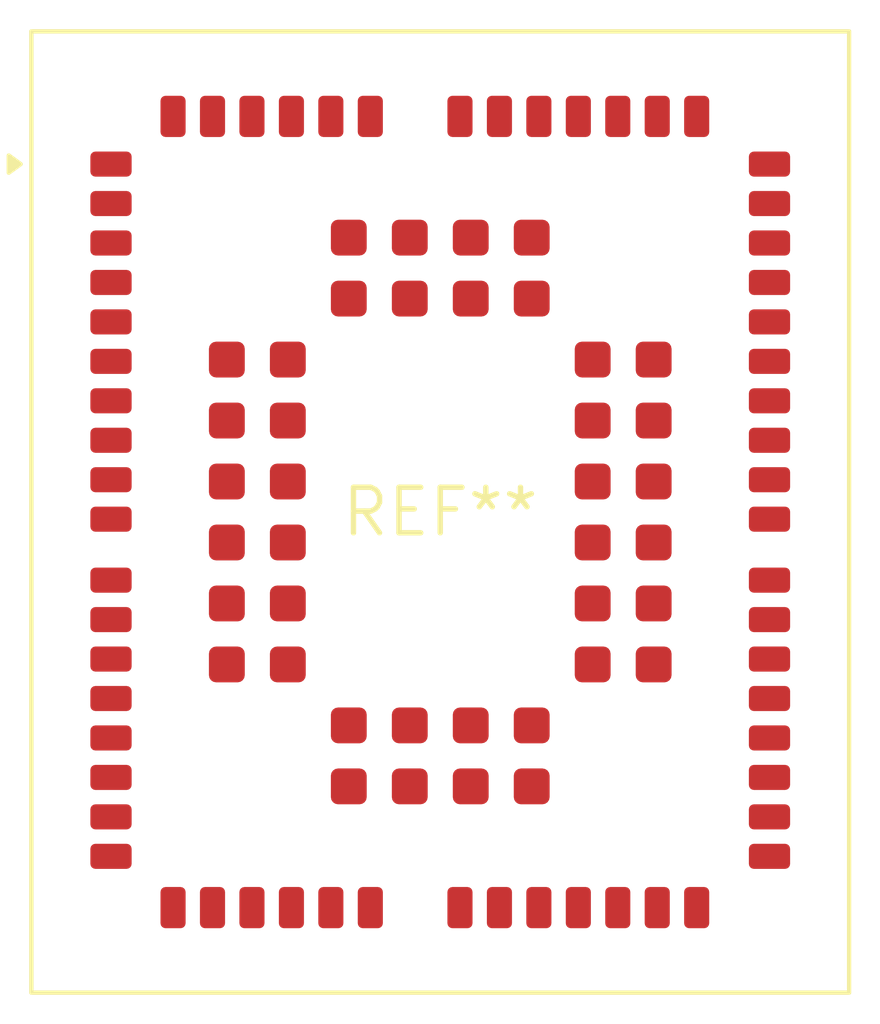
<source format=kicad_pcb>
(kicad_pcb (version 20240108) (generator pcbnew)
  (layers (0 "F.Cu" signal) (31 "B.Cu" signal) (34 "B.Paste" user) (35 "F.Paste" user) (36 "B.SilkS" user "B.Silkscreen") (37 "F.SilkS" user "F.Silkscreen") (38 "B.Mask" user) (39 "F.Mask" user) (44 "Edge.Cuts" user))
  (net 0 "")
  (footprint "Quectel_BG96" (layer "F.Cu") (at 0 0)
    (property "Reference" "REF**")
    (property "Value" "Quectel_BG96")
    (fp_line (start -11.4 -13.4) (end 11.4 -13.4) (layer "F.SilkS") (stroke (width 0.12)))
    (fp_line (start -11.4 13.4) (end -11.4 -13.4) (layer "F.SilkS") (stroke (width 0.12)))
    (fp_line (start 11.4 -13.4) (end 11.4 13.4) (layer "F.SilkS") (stroke (width 0.12)))
    (fp_line (start 11.4 13.4) (end -11.4 13.4) (layer "F.SilkS") (stroke (width 0.12)))
    (fp_poly (pts (xy -11.7 -9.7) (xy -12.03 -9.46) (xy -12.03 -9.94) (xy -11.7 -9.7)) (layer "F.SilkS") (stroke (width 0.12)) (fill solid))
    (pad "1" smd roundrect (at -9.18 -9.7) (size 1.15 0.7) (layers "F.Cu" "F.Mask") (roundrect_rratio 0.2))
    (pad "2" smd roundrect (at -9.18 -8.6) (size 1.15 0.7) (layers "F.Cu" "F.Mask") (roundrect_rratio 0.2))
    (pad "3" smd roundrect (at -9.18 -7.5) (size 1.15 0.7) (layers "F.Cu" "F.Mask") (roundrect_rratio 0.2))
    (pad "4" smd roundrect (at -9.18 -6.4) (size 1.15 0.7) (layers "F.Cu" "F.Mask") (roundrect_rratio 0.2))
    (pad "5" smd roundrect (at -9.18 -5.3) (size 1.15 0.7) (layers "F.Cu" "F.Mask") (roundrect_rratio 0.2))
    (pad "6" smd roundrect (at -9.18 -4.2) (size 1.15 0.7) (layers "F.Cu" "F.Mask") (roundrect_rratio 0.2))
    (pad "7" smd roundrect (at -9.18 -3.1) (size 1.15 0.7) (layers "F.Cu" "F.Mask") (roundrect_rratio 0.2))
    (pad "8" smd roundrect (at -9.18 -2) (size 1.15 0.7) (layers "F.Cu" "F.Mask") (roundrect_rratio 0.2))
    (pad "9" smd roundrect (at -9.18 -0.9) (size 1.15 0.7) (layers "F.Cu" "F.Mask") (roundrect_rratio 0.2))
    (pad "10" smd roundrect (at -9.18 0.2) (size 1.15 0.7) (layers "F.Cu" "F.Mask") (roundrect_rratio 0.2))
    (pad "11" smd roundrect (at -9.18 1.9) (size 1.15 0.7) (layers "F.Cu" "F.Mask") (roundrect_rratio 0.2))
    (pad "12" smd roundrect (at -9.18 3) (size 1.15 0.7) (layers "F.Cu" "F.Mask") (roundrect_rratio 0.2))
    (pad "13" smd roundrect (at -9.18 4.1) (size 1.15 0.7) (layers "F.Cu" "F.Mask") (roundrect_rratio 0.2))
    (pad "14" smd roundrect (at -9.18 5.2) (size 1.15 0.7) (layers "F.Cu" "F.Mask") (roundrect_rratio 0.2))
    (pad "15" smd roundrect (at -9.18 6.3) (size 1.15 0.7) (layers "F.Cu" "F.Mask") (roundrect_rratio 0.2))
    (pad "16" smd roundrect (at -9.18 7.4) (size 1.15 0.7) (layers "F.Cu" "F.Mask") (roundrect_rratio 0.2))
    (pad "17" smd roundrect (at -9.18 8.5) (size 1.15 0.7) (layers "F.Cu" "F.Mask") (roundrect_rratio 0.2))
    (pad "18" smd roundrect (at -9.18 9.6) (size 1.15 0.7) (layers "F.Cu" "F.Mask") (roundrect_rratio 0.2))
    (pad "19" smd roundrect (at -7.45 11.03) (size 0.7 1.15) (layers "F.Cu" "F.Mask") (roundrect_rratio 0.2))
    (pad "20" smd roundrect (at -6.35 11.03) (size 0.7 1.15) (layers "F.Cu" "F.Mask") (roundrect_rratio 0.2))
    (pad "21" smd roundrect (at -5.25 11.03) (size 0.7 1.15) (layers "F.Cu" "F.Mask") (roundrect_rratio 0.2))
    (pad "22" smd roundrect (at -4.15 11.03) (size 0.7 1.15) (layers "F.Cu" "F.Mask") (roundrect_rratio 0.2))
    (pad "23" smd roundrect (at -3.05 11.03) (size 0.7 1.15) (layers "F.Cu" "F.Mask") (roundrect_rratio 0.2))
    (pad "24" smd roundrect (at -1.95 11.03) (size 0.7 1.15) (layers "F.Cu" "F.Mask") (roundrect_rratio 0.2))
    (pad "25" smd roundrect (at 0.55 11.03) (size 0.7 1.15) (layers "F.Cu" "F.Mask") (roundrect_rratio 0.2))
    (pad "26" smd roundrect (at 1.65 11.03) (size 0.7 1.15) (layers "F.Cu" "F.Mask") (roundrect_rratio 0.2))
    (pad "27" smd roundrect (at 2.75 11.03) (size 0.7 1.15) (layers "F.Cu" "F.Mask") (roundrect_rratio 0.2))
    (pad "28" smd roundrect (at 3.85 11.03) (size 0.7 1.15) (layers "F.Cu" "F.Mask") (roundrect_rratio 0.2))
    (pad "29" smd roundrect (at 4.95 11.03) (size 0.7 1.15) (layers "F.Cu" "F.Mask") (roundrect_rratio 0.2))
    (pad "30" smd roundrect (at 6.05 11.03) (size 0.7 1.15) (layers "F.Cu" "F.Mask") (roundrect_rratio 0.2))
    (pad "31" smd roundrect (at 7.15 11.03) (size 0.7 1.15) (layers "F.Cu" "F.Mask") (roundrect_rratio 0.2))
    (pad "32" smd roundrect (at 9.18 9.6) (size 1.15 0.7) (layers "F.Cu" "F.Mask") (roundrect_rratio 0.2))
    (pad "33" smd roundrect (at 9.18 8.5) (size 1.15 0.7) (layers "F.Cu" "F.Mask") (roundrect_rratio 0.2))
    (pad "34" smd roundrect (at 9.18 7.4) (size 1.15 0.7) (layers "F.Cu" "F.Mask") (roundrect_rratio 0.2))
    (pad "35" smd roundrect (at 9.18 6.3) (size 1.15 0.7) (layers "F.Cu" "F.Mask") (roundrect_rratio 0.2))
    (pad "36" smd roundrect (at 9.18 5.2) (size 1.15 0.7) (layers "F.Cu" "F.Mask") (roundrect_rratio 0.2))
    (pad "37" smd roundrect (at 9.18 4.1) (size 1.15 0.7) (layers "F.Cu" "F.Mask") (roundrect_rratio 0.2))
    (pad "38" smd roundrect (at 9.18 3) (size 1.15 0.7) (layers "F.Cu" "F.Mask") (roundrect_rratio 0.2))
    (pad "39" smd roundrect (at 9.18 1.9) (size 1.15 0.7) (layers "F.Cu" "F.Mask") (roundrect_rratio 0.2))
    (pad "40" smd roundrect (at 9.18 0.2) (size 1.15 0.7) (layers "F.Cu" "F.Mask") (roundrect_rratio 0.2))
    (pad "41" smd roundrect (at 9.18 -0.9) (size 1.15 0.7) (layers "F.Cu" "F.Mask") (roundrect_rratio 0.2))
    (pad "42" smd roundrect (at 9.18 -2) (size 1.15 0.7) (layers "F.Cu" "F.Mask") (roundrect_rratio 0.2))
    (pad "43" smd roundrect (at 9.18 -3.1) (size 1.15 0.7) (layers "F.Cu" "F.Mask") (roundrect_rratio 0.2))
    (pad "44" smd roundrect (at 9.18 -4.2) (size 1.15 0.7) (layers "F.Cu" "F.Mask") (roundrect_rratio 0.2))
    (pad "45" smd roundrect (at 9.18 -5.3) (size 1.15 0.7) (layers "F.Cu" "F.Mask") (roundrect_rratio 0.2))
    (pad "46" smd roundrect (at 9.18 -6.4) (size 1.15 0.7) (layers "F.Cu" "F.Mask") (roundrect_rratio 0.2))
    (pad "47" smd roundrect (at 9.18 -7.5) (size 1.15 0.7) (layers "F.Cu" "F.Mask") (roundrect_rratio 0.2))
    (pad "48" smd roundrect (at 9.18 -8.6) (size 1.15 0.7) (layers "F.Cu" "F.Mask") (roundrect_rratio 0.2))
    (pad "49" smd roundrect (at 9.18 -9.7) (size 1.15 0.7) (layers "F.Cu" "F.Mask") (roundrect_rratio 0.2))
    (pad "50" smd roundrect (at 7.15 -11.03) (size 0.7 1.15) (layers "F.Cu" "F.Mask") (roundrect_rratio 0.2))
    (pad "51" smd roundrect (at 6.05 -11.03) (size 0.7 1.15) (layers "F.Cu" "F.Mask") (roundrect_rratio 0.2))
    (pad "52" smd roundrect (at 4.95 -11.03) (size 0.7 1.15) (layers "F.Cu" "F.Mask") (roundrect_rratio 0.2))
    (pad "53" smd roundrect (at 3.85 -11.03) (size 0.7 1.15) (layers "F.Cu" "F.Mask") (roundrect_rratio 0.2))
    (pad "54" smd roundrect (at 2.75 -11.03) (size 0.7 1.15) (layers "F.Cu" "F.Mask") (roundrect_rratio 0.2))
    (pad "55" smd roundrect (at 1.65 -11.03) (size 0.7 1.15) (layers "F.Cu" "F.Mask") (roundrect_rratio 0.2))
    (pad "56" smd roundrect (at 0.55 -11.03) (size 0.7 1.15) (layers "F.Cu" "F.Mask") (roundrect_rratio 0.2))
    (pad "57" smd roundrect (at -1.95 -11.03) (size 0.7 1.15) (layers "F.Cu" "F.Mask") (roundrect_rratio 0.2))
    (pad "58" smd roundrect (at -3.05 -11.03) (size 0.7 1.15) (layers "F.Cu" "F.Mask") (roundrect_rratio 0.2))
    (pad "59" smd roundrect (at -4.15 -11.03) (size 0.7 1.15) (layers "F.Cu" "F.Mask") (roundrect_rratio 0.2))
    (pad "60" smd roundrect (at -5.25 -11.03) (size 0.7 1.15) (layers "F.Cu" "F.Mask") (roundrect_rratio 0.2))
    (pad "61" smd roundrect (at -6.35 -11.03) (size 0.7 1.15) (layers "F.Cu" "F.Mask") (roundrect_rratio 0.2))
    (pad "62" smd roundrect (at -7.45 -11.03) (size 0.7 1.15) (layers "F.Cu" "F.Mask") (roundrect_rratio 0.2))
    (pad "63" smd roundrect (at -5.95 -4.25) (size 1 1) (layers "F.Cu" "F.Mask") (roundrect_rratio 0.2))
    (pad "64" smd roundrect (at -5.95 -2.55) (size 1 1) (layers "F.Cu" "F.Mask") (roundrect_rratio 0.2))
    (pad "65" smd roundrect (at -5.95 -0.85) (size 1 1) (layers "F.Cu" "F.Mask") (roundrect_rratio 0.2))
    (pad "66" smd roundrect (at -5.95 0.85) (size 1 1) (layers "F.Cu" "F.Mask") (roundrect_rratio 0.2))
    (pad "67" smd roundrect (at -5.95 2.55) (size 1 1) (layers "F.Cu" "F.Mask") (roundrect_rratio 0.2))
    (pad "68" smd roundrect (at -5.95 4.25) (size 1 1) (layers "F.Cu" "F.Mask") (roundrect_rratio 0.2))
    (pad "69" smd roundrect (at -2.55 7.65 90) (size 1 1) (layers "F.Cu" "F.Mask") (roundrect_rratio 0.2))
    (pad "70" smd roundrect (at -0.85 7.65 90) (size 1 1) (layers "F.Cu" "F.Mask") (roundrect_rratio 0.2))
    (pad "71" smd roundrect (at 0.85 7.65 90) (size 1 1) (layers "F.Cu" "F.Mask") (roundrect_rratio 0.2))
    (pad "72" smd roundrect (at 2.55 7.65 90) (size 1 1) (layers "F.Cu" "F.Mask") (roundrect_rratio 0.2))
    (pad "73" smd roundrect (at 5.95 4.25) (size 1 1) (layers "F.Cu" "F.Mask") (roundrect_rratio 0.2))
    (pad "74" smd roundrect (at 5.95 2.55) (size 1 1) (layers "F.Cu" "F.Mask") (roundrect_rratio 0.2))
    (pad "75" smd roundrect (at 5.95 0.85) (size 1 1) (layers "F.Cu" "F.Mask") (roundrect_rratio 0.2))
    (pad "76" smd roundrect (at 5.95 -0.85) (size 1 1) (layers "F.Cu" "F.Mask") (roundrect_rratio 0.2))
    (pad "77" smd roundrect (at 5.95 -2.55) (size 1 1) (layers "F.Cu" "F.Mask") (roundrect_rratio 0.2))
    (pad "78" smd roundrect (at 5.95 -4.25) (size 1 1) (layers "F.Cu" "F.Mask") (roundrect_rratio 0.2))
    (pad "79" smd roundrect (at 2.55 -7.65 90) (size 1 1) (layers "F.Cu" "F.Mask") (roundrect_rratio 0.2))
    (pad "80" smd roundrect (at 0.85 -7.65 90) (size 1 1) (layers "F.Cu" "F.Mask") (roundrect_rratio 0.2))
    (pad "81" smd roundrect (at -0.85 -7.65 90) (size 1 1) (layers "F.Cu" "F.Mask") (roundrect_rratio 0.2))
    (pad "82" smd roundrect (at -2.55 -7.65 90) (size 1 1) (layers "F.Cu" "F.Mask") (roundrect_rratio 0.2))
    (pad "83" smd roundrect (at -4.25 -4.25) (size 1 1) (layers "F.Cu" "F.Mask") (roundrect_rratio 0.2))
    (pad "84" smd roundrect (at -4.25 -2.55) (size 1 1) (layers "F.Cu" "F.Mask") (roundrect_rratio 0.2))
    (pad "85" smd roundrect (at -4.25 -0.85) (size 1 1) (layers "F.Cu" "F.Mask") (roundrect_rratio 0.2))
    (pad "86" smd roundrect (at -4.25 0.85) (size 1 1) (layers "F.Cu" "F.Mask") (roundrect_rratio 0.2))
    (pad "87" smd roundrect (at -4.25 2.55) (size 1 1) (layers "F.Cu" "F.Mask") (roundrect_rratio 0.2))
    (pad "88" smd roundrect (at -4.25 4.25) (size 1 1) (layers "F.Cu" "F.Mask") (roundrect_rratio 0.2))
    (pad "89" smd roundrect (at -2.55 5.95 90) (size 1 1) (layers "F.Cu" "F.Mask") (roundrect_rratio 0.2))
    (pad "90" smd roundrect (at -0.85 5.95 90) (size 1 1) (layers "F.Cu" "F.Mask") (roundrect_rratio 0.2))
    (pad "91" smd roundrect (at 0.85 5.95 90) (size 1 1) (layers "F.Cu" "F.Mask") (roundrect_rratio 0.2))
    (pad "92" smd roundrect (at 2.55 5.95 90) (size 1 1) (layers "F.Cu" "F.Mask") (roundrect_rratio 0.2))
    (pad "93" smd roundrect (at 4.25 4.25) (size 1 1) (layers "F.Cu" "F.Mask") (roundrect_rratio 0.2))
    (pad "94" smd roundrect (at 4.25 2.55) (size 1 1) (layers "F.Cu" "F.Mask") (roundrect_rratio 0.2))
    (pad "95" smd roundrect (at 4.25 0.85) (size 1 1) (layers "F.Cu" "F.Mask") (roundrect_rratio 0.2))
    (pad "96" smd roundrect (at 4.25 -0.85) (size 1 1) (layers "F.Cu" "F.Mask") (roundrect_rratio 0.2))
    (pad "97" smd roundrect (at 4.25 -2.55) (size 1 1) (layers "F.Cu" "F.Mask") (roundrect_rratio 0.2))
    (pad "98" smd roundrect (at 4.25 -4.25) (size 1 1) (layers "F.Cu" "F.Mask") (roundrect_rratio 0.2))
    (pad "99" smd roundrect (at 2.55 -5.95 90) (size 1 1) (layers "F.Cu" "F.Mask") (roundrect_rratio 0.2))
    (pad "100" smd roundrect (at 0.85 -5.95 90) (size 1 1) (layers "F.Cu" "F.Mask") (roundrect_rratio 0.2))
    (pad "101" smd roundrect (at -0.85 -5.95 90) (size 1 1) (layers "F.Cu" "F.Mask") (roundrect_rratio 0.2))
    (pad "102" smd roundrect (at -2.55 -5.95 90) (size 1 1) (layers "F.Cu" "F.Mask") (roundrect_rratio 0.2))
  )
)
</source>
